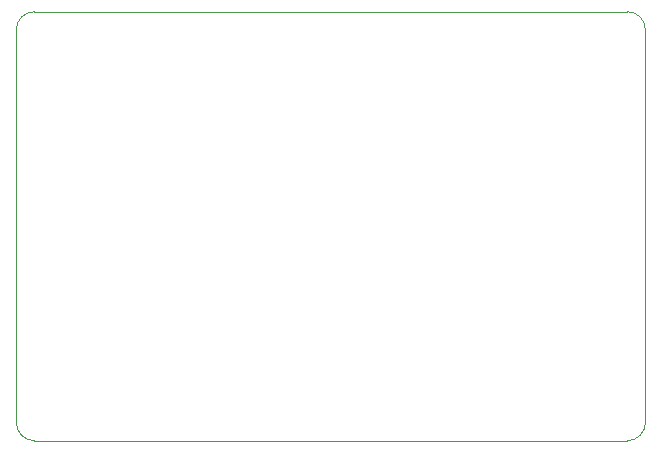
<source format=gbr>
%TF.GenerationSoftware,KiCad,Pcbnew,7.0.2*%
%TF.CreationDate,2024-09-11T13:33:12+02:00*%
%TF.ProjectId,mcu_holder,6d63755f-686f-46c6-9465-722e6b696361,rev?*%
%TF.SameCoordinates,Original*%
%TF.FileFunction,Profile,NP*%
%FSLAX46Y46*%
G04 Gerber Fmt 4.6, Leading zero omitted, Abs format (unit mm)*
G04 Created by KiCad (PCBNEW 7.0.2) date 2024-09-11 13:33:12*
%MOMM*%
%LPD*%
G01*
G04 APERTURE LIST*
%TA.AperFunction,Profile*%
%ADD10C,0.100000*%
%TD*%
G04 APERTURE END LIST*
D10*
X92964000Y-35052000D02*
G75*
G03*
X91440000Y-36576000I0J-1524000D01*
G01*
X143176000Y-71374000D02*
X92964000Y-71374000D01*
X144700000Y-36576000D02*
X144700000Y-69850000D01*
X91440000Y-69850000D02*
G75*
G03*
X92964000Y-71374000I1524000J0D01*
G01*
X143176000Y-71374000D02*
G75*
G03*
X144700000Y-69850000I0J1524000D01*
G01*
X92964000Y-35052000D02*
X143176000Y-35052000D01*
X91440000Y-69850000D02*
X91440000Y-36576000D01*
X144700000Y-36576000D02*
G75*
G03*
X143176000Y-35052000I-1524000J0D01*
G01*
M02*

</source>
